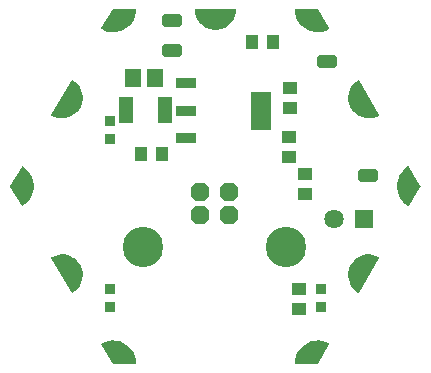
<source format=gbr>
G04 EAGLE Gerber RS-274X export*
G75*
%MOMM*%
%FSLAX34Y34*%
%LPD*%
%INSoldermask Top*%
%IPPOS*%
%AMOC8*
5,1,8,0,0,1.08239X$1,22.5*%
G01*
%ADD10R,1.201600X1.101600*%
%ADD11R,1.101600X1.201600*%
%ADD12C,0.605878*%
%ADD13C,1.101600*%
%ADD14R,1.401600X1.601600*%
%ADD15R,0.901600X0.901600*%
%ADD16R,1.201600X2.301600*%
%ADD17R,1.631600X1.631600*%
%ADD18C,1.631600*%
%ADD19R,1.701800X0.939800*%
%ADD20R,1.701800X3.200400*%
%ADD21P,1.688095X8X22.500000*%
%ADD22C,3.417600*%

G36*
X347640Y478768D02*
X347640Y478768D01*
X347688Y478768D01*
X350457Y479230D01*
X350490Y479242D01*
X350537Y479250D01*
X353193Y480162D01*
X353223Y480179D01*
X353268Y480195D01*
X355738Y481531D01*
X355764Y481553D01*
X355807Y481576D01*
X358022Y483301D01*
X358045Y483327D01*
X358083Y483357D01*
X359985Y485422D01*
X360003Y485452D01*
X360035Y485487D01*
X361571Y487838D01*
X361584Y487870D01*
X361610Y487910D01*
X362738Y490482D01*
X362745Y490515D01*
X362765Y490560D01*
X363454Y493281D01*
X363456Y493316D01*
X363468Y493363D01*
X363700Y496161D01*
X363696Y496190D01*
X363701Y496219D01*
X363685Y496288D01*
X363676Y496358D01*
X363662Y496384D01*
X363655Y496412D01*
X363613Y496469D01*
X363578Y496531D01*
X363554Y496549D01*
X363537Y496572D01*
X363476Y496608D01*
X363419Y496651D01*
X363391Y496659D01*
X363366Y496674D01*
X363268Y496690D01*
X363227Y496701D01*
X363216Y496699D01*
X363202Y496701D01*
X329202Y496701D01*
X329173Y496695D01*
X329144Y496698D01*
X329077Y496676D01*
X329007Y496662D01*
X328983Y496645D01*
X328955Y496636D01*
X328902Y496589D01*
X328843Y496549D01*
X328828Y496525D01*
X328806Y496505D01*
X328774Y496441D01*
X328736Y496382D01*
X328731Y496353D01*
X328719Y496327D01*
X328710Y496227D01*
X328703Y496185D01*
X328706Y496175D01*
X328704Y496161D01*
X328936Y493363D01*
X328946Y493329D01*
X328950Y493281D01*
X329639Y490560D01*
X329654Y490528D01*
X329666Y490482D01*
X330794Y487910D01*
X330814Y487882D01*
X330833Y487838D01*
X332369Y485487D01*
X332393Y485463D01*
X332419Y485422D01*
X334321Y483357D01*
X334349Y483336D01*
X334382Y483301D01*
X336597Y481576D01*
X336628Y481561D01*
X336666Y481531D01*
X339136Y480195D01*
X339169Y480185D01*
X339211Y480162D01*
X341867Y479250D01*
X341901Y479246D01*
X341947Y479230D01*
X344716Y478768D01*
X344751Y478769D01*
X344798Y478761D01*
X347606Y478761D01*
X347640Y478768D01*
G37*
G36*
X224809Y256012D02*
X224809Y256012D01*
X224880Y256009D01*
X224907Y256019D01*
X224936Y256021D01*
X225026Y256063D01*
X225066Y256078D01*
X225074Y256086D01*
X225087Y256092D01*
X227390Y257691D01*
X227414Y257717D01*
X227454Y257744D01*
X229463Y259701D01*
X229482Y259730D01*
X229517Y259763D01*
X231176Y262024D01*
X231191Y262055D01*
X231220Y262094D01*
X232484Y264597D01*
X232493Y264631D01*
X232515Y264674D01*
X233351Y267351D01*
X233354Y267385D01*
X233369Y267431D01*
X233752Y270210D01*
X233750Y270244D01*
X233756Y270292D01*
X233677Y273095D01*
X233669Y273129D01*
X233668Y273177D01*
X233129Y275929D01*
X233115Y275961D01*
X233106Y276009D01*
X232121Y278634D01*
X232106Y278659D01*
X232101Y278679D01*
X232093Y278690D01*
X232086Y278709D01*
X230682Y281137D01*
X230659Y281163D01*
X230635Y281205D01*
X228851Y283368D01*
X228824Y283390D01*
X228793Y283427D01*
X226677Y285268D01*
X226647Y285285D01*
X226611Y285317D01*
X224220Y286784D01*
X224188Y286795D01*
X224147Y286821D01*
X221548Y287874D01*
X221514Y287881D01*
X221469Y287899D01*
X218732Y288510D01*
X218697Y288511D01*
X218650Y288522D01*
X215850Y288674D01*
X215816Y288669D01*
X215768Y288672D01*
X212980Y288362D01*
X212947Y288351D01*
X212899Y288346D01*
X210201Y287581D01*
X210171Y287565D01*
X210124Y287552D01*
X207589Y286353D01*
X207565Y286336D01*
X207538Y286326D01*
X207486Y286277D01*
X207429Y286234D01*
X207415Y286209D01*
X207394Y286189D01*
X207365Y286124D01*
X207329Y286063D01*
X207326Y286034D01*
X207314Y286007D01*
X207313Y285936D01*
X207304Y285865D01*
X207312Y285837D01*
X207312Y285808D01*
X207346Y285715D01*
X207358Y285674D01*
X207365Y285665D01*
X207370Y285652D01*
X224370Y256252D01*
X224389Y256230D01*
X224402Y256204D01*
X224455Y256156D01*
X224502Y256103D01*
X224528Y256091D01*
X224550Y256071D01*
X224617Y256048D01*
X224681Y256018D01*
X224710Y256016D01*
X224738Y256007D01*
X224809Y256012D01*
G37*
G36*
X476588Y403735D02*
X476588Y403735D01*
X476636Y403732D01*
X479424Y404042D01*
X479457Y404053D01*
X479505Y404058D01*
X482203Y404823D01*
X482233Y404839D01*
X482280Y404852D01*
X484815Y406051D01*
X484839Y406068D01*
X484866Y406078D01*
X484918Y406127D01*
X484975Y406170D01*
X484989Y406195D01*
X485011Y406215D01*
X485039Y406280D01*
X485075Y406342D01*
X485078Y406370D01*
X485090Y406397D01*
X485091Y406468D01*
X485100Y406539D01*
X485092Y406567D01*
X485092Y406596D01*
X485058Y406689D01*
X485046Y406730D01*
X485039Y406739D01*
X485034Y406752D01*
X468034Y436152D01*
X468015Y436174D01*
X468002Y436200D01*
X467949Y436248D01*
X467902Y436301D01*
X467876Y436313D01*
X467854Y436333D01*
X467787Y436356D01*
X467723Y436386D01*
X467694Y436388D01*
X467666Y436397D01*
X467595Y436392D01*
X467524Y436395D01*
X467497Y436385D01*
X467468Y436383D01*
X467378Y436341D01*
X467338Y436326D01*
X467330Y436318D01*
X467317Y436312D01*
X465014Y434713D01*
X464990Y434688D01*
X464950Y434660D01*
X462941Y432703D01*
X462922Y432674D01*
X462887Y432641D01*
X461228Y430380D01*
X461213Y430349D01*
X461184Y430310D01*
X459920Y427807D01*
X459911Y427773D01*
X459889Y427730D01*
X459053Y425053D01*
X459050Y425019D01*
X459035Y424973D01*
X458652Y422194D01*
X458654Y422160D01*
X458648Y422112D01*
X458727Y419309D01*
X458735Y419275D01*
X458736Y419227D01*
X459275Y416475D01*
X459289Y416443D01*
X459298Y416395D01*
X460283Y413770D01*
X460301Y413740D01*
X460318Y413695D01*
X461722Y411267D01*
X461745Y411241D01*
X461769Y411200D01*
X463553Y409036D01*
X463580Y409014D01*
X463611Y408977D01*
X465727Y407136D01*
X465757Y407119D01*
X465793Y407088D01*
X468184Y405620D01*
X468216Y405609D01*
X468257Y405583D01*
X470856Y404530D01*
X470890Y404523D01*
X470935Y404505D01*
X473672Y403894D01*
X473707Y403893D01*
X473754Y403882D01*
X476554Y403730D01*
X476588Y403735D01*
G37*
G36*
X467628Y256013D02*
X467628Y256013D01*
X467699Y256012D01*
X467726Y256023D01*
X467755Y256027D01*
X467817Y256061D01*
X467882Y256089D01*
X467903Y256110D01*
X467928Y256124D01*
X467991Y256200D01*
X468021Y256231D01*
X468025Y256241D01*
X468034Y256252D01*
X485034Y285652D01*
X485043Y285680D01*
X485060Y285704D01*
X485075Y285773D01*
X485097Y285841D01*
X485095Y285870D01*
X485101Y285898D01*
X485088Y285968D01*
X485082Y286039D01*
X485069Y286065D01*
X485063Y286093D01*
X485023Y286152D01*
X484991Y286215D01*
X484968Y286234D01*
X484952Y286258D01*
X484870Y286315D01*
X484837Y286342D01*
X484827Y286345D01*
X484815Y286353D01*
X482280Y287552D01*
X482246Y287560D01*
X482203Y287581D01*
X479505Y288346D01*
X479470Y288348D01*
X479424Y288362D01*
X476636Y288672D01*
X476602Y288669D01*
X476554Y288674D01*
X473754Y288522D01*
X473720Y288513D01*
X473672Y288510D01*
X470935Y287899D01*
X470903Y287885D01*
X470856Y287874D01*
X468257Y286821D01*
X468228Y286802D01*
X468184Y286784D01*
X465793Y285317D01*
X465768Y285293D01*
X465727Y285268D01*
X463611Y283427D01*
X463590Y283400D01*
X463553Y283368D01*
X461769Y281205D01*
X461753Y281174D01*
X461722Y281137D01*
X460318Y278709D01*
X460307Y278676D01*
X460300Y278663D01*
X460290Y278649D01*
X460290Y278646D01*
X460283Y278634D01*
X459298Y276009D01*
X459292Y275974D01*
X459275Y275929D01*
X458736Y273177D01*
X458736Y273143D01*
X458727Y273095D01*
X458648Y270292D01*
X458654Y270258D01*
X458652Y270210D01*
X459035Y267431D01*
X459047Y267399D01*
X459053Y267351D01*
X459889Y264674D01*
X459906Y264643D01*
X459920Y264597D01*
X461184Y262094D01*
X461206Y262067D01*
X461228Y262024D01*
X462887Y259763D01*
X462913Y259740D01*
X462941Y259701D01*
X464950Y257744D01*
X464979Y257725D01*
X465014Y257691D01*
X467317Y256092D01*
X467344Y256080D01*
X467367Y256062D01*
X467435Y256041D01*
X467500Y256013D01*
X467529Y256013D01*
X467557Y256005D01*
X467628Y256013D01*
G37*
G36*
X218650Y403882D02*
X218650Y403882D01*
X218684Y403891D01*
X218732Y403894D01*
X221469Y404505D01*
X221501Y404519D01*
X221548Y404530D01*
X224147Y405583D01*
X224176Y405602D01*
X224220Y405620D01*
X226611Y407088D01*
X226636Y407111D01*
X226677Y407136D01*
X228793Y408977D01*
X228814Y409004D01*
X228851Y409036D01*
X230635Y411200D01*
X230651Y411230D01*
X230682Y411267D01*
X232086Y413695D01*
X232097Y413728D01*
X232121Y413770D01*
X233106Y416395D01*
X233112Y416430D01*
X233129Y416475D01*
X233668Y419227D01*
X233668Y419262D01*
X233677Y419309D01*
X233756Y422112D01*
X233751Y422146D01*
X233752Y422194D01*
X233369Y424973D01*
X233357Y425005D01*
X233351Y425053D01*
X232515Y427730D01*
X232498Y427761D01*
X232484Y427807D01*
X231220Y430310D01*
X231198Y430337D01*
X231176Y430380D01*
X229517Y432641D01*
X229491Y432664D01*
X229463Y432703D01*
X227454Y434660D01*
X227425Y434679D01*
X227390Y434713D01*
X225087Y436312D01*
X225060Y436324D01*
X225037Y436342D01*
X224969Y436363D01*
X224904Y436391D01*
X224875Y436391D01*
X224847Y436399D01*
X224776Y436391D01*
X224705Y436392D01*
X224678Y436381D01*
X224649Y436377D01*
X224587Y436343D01*
X224522Y436315D01*
X224501Y436294D01*
X224476Y436280D01*
X224413Y436204D01*
X224383Y436173D01*
X224379Y436163D01*
X224370Y436152D01*
X207370Y406752D01*
X207361Y406724D01*
X207344Y406700D01*
X207329Y406631D01*
X207307Y406563D01*
X207309Y406534D01*
X207303Y406506D01*
X207316Y406436D01*
X207322Y406365D01*
X207335Y406339D01*
X207341Y406311D01*
X207381Y406252D01*
X207413Y406189D01*
X207436Y406170D01*
X207452Y406146D01*
X207534Y406089D01*
X207567Y406062D01*
X207577Y406059D01*
X207589Y406051D01*
X210124Y404852D01*
X210158Y404844D01*
X210201Y404823D01*
X212899Y404058D01*
X212934Y404056D01*
X212980Y404042D01*
X215768Y403732D01*
X215802Y403735D01*
X215850Y403730D01*
X218650Y403882D01*
G37*
G36*
X509929Y329213D02*
X509929Y329213D01*
X510000Y329213D01*
X510027Y329224D01*
X510056Y329227D01*
X510118Y329262D01*
X510183Y329290D01*
X510204Y329310D01*
X510229Y329325D01*
X510292Y329402D01*
X510322Y329432D01*
X510326Y329442D01*
X510335Y329453D01*
X519835Y345953D01*
X519845Y345985D01*
X519854Y345998D01*
X519858Y346022D01*
X519859Y346026D01*
X519890Y346096D01*
X519890Y346120D01*
X519898Y346142D01*
X519892Y346218D01*
X519893Y346295D01*
X519883Y346319D01*
X519882Y346340D01*
X519861Y346379D01*
X519835Y346451D01*
X510335Y362951D01*
X510316Y362973D01*
X510303Y362999D01*
X510250Y363047D01*
X510203Y363100D01*
X510177Y363113D01*
X510156Y363132D01*
X510088Y363155D01*
X510024Y363186D01*
X509995Y363188D01*
X509968Y363197D01*
X509896Y363192D01*
X509825Y363195D01*
X509798Y363185D01*
X509769Y363183D01*
X509679Y363141D01*
X509639Y363126D01*
X509631Y363119D01*
X509618Y363113D01*
X507095Y361371D01*
X507071Y361347D01*
X507033Y361320D01*
X504821Y359196D01*
X504802Y359168D01*
X504768Y359136D01*
X502926Y356685D01*
X502912Y356654D01*
X502883Y356617D01*
X501458Y353902D01*
X501449Y353871D01*
X501433Y353846D01*
X501432Y353838D01*
X501427Y353828D01*
X500456Y350920D01*
X500452Y350886D01*
X500437Y350842D01*
X499945Y347815D01*
X499946Y347781D01*
X499938Y347735D01*
X499938Y344669D01*
X499939Y344665D01*
X499939Y344663D01*
X499945Y344636D01*
X499945Y344589D01*
X500437Y341562D01*
X500449Y341531D01*
X500456Y341484D01*
X501427Y338576D01*
X501444Y338547D01*
X501458Y338502D01*
X502883Y335787D01*
X502905Y335761D01*
X502926Y335719D01*
X504768Y333268D01*
X504793Y333245D01*
X504821Y333208D01*
X507033Y331084D01*
X507061Y331066D01*
X507095Y331033D01*
X509618Y329291D01*
X509645Y329280D01*
X509667Y329261D01*
X509736Y329241D01*
X509801Y329213D01*
X509830Y329213D01*
X509858Y329205D01*
X509929Y329213D01*
G37*
G36*
X182508Y329212D02*
X182508Y329212D01*
X182579Y329209D01*
X182606Y329219D01*
X182635Y329221D01*
X182725Y329263D01*
X182765Y329278D01*
X182773Y329285D01*
X182786Y329291D01*
X185309Y331033D01*
X185333Y331057D01*
X185371Y331084D01*
X187583Y333208D01*
X187602Y333236D01*
X187636Y333268D01*
X189478Y335719D01*
X189492Y335750D01*
X189521Y335787D01*
X190946Y338502D01*
X190955Y338535D01*
X190977Y338576D01*
X191948Y341484D01*
X191952Y341518D01*
X191967Y341562D01*
X192459Y344589D01*
X192458Y344623D01*
X192466Y344669D01*
X192466Y347735D01*
X192459Y347768D01*
X192459Y347815D01*
X191967Y350842D01*
X191955Y350873D01*
X191948Y350920D01*
X190977Y353828D01*
X190964Y353851D01*
X190958Y353876D01*
X190951Y353885D01*
X190946Y353902D01*
X189521Y356617D01*
X189499Y356643D01*
X189478Y356685D01*
X187636Y359136D01*
X187611Y359159D01*
X187583Y359196D01*
X185371Y361320D01*
X185343Y361338D01*
X185309Y361371D01*
X182786Y363113D01*
X182759Y363124D01*
X182737Y363143D01*
X182668Y363163D01*
X182603Y363191D01*
X182574Y363191D01*
X182546Y363199D01*
X182475Y363191D01*
X182404Y363192D01*
X182377Y363180D01*
X182348Y363177D01*
X182286Y363142D01*
X182221Y363114D01*
X182200Y363094D01*
X182175Y363079D01*
X182112Y363002D01*
X182082Y362972D01*
X182078Y362962D01*
X182069Y362951D01*
X172569Y346451D01*
X172545Y346378D01*
X172514Y346308D01*
X172514Y346284D01*
X172506Y346262D01*
X172513Y346186D01*
X172512Y346109D01*
X172521Y346085D01*
X172522Y346064D01*
X172543Y346025D01*
X172562Y345973D01*
X172563Y345967D01*
X172565Y345965D01*
X172569Y345953D01*
X182069Y329453D01*
X182088Y329431D01*
X182101Y329405D01*
X182154Y329357D01*
X182201Y329304D01*
X182227Y329291D01*
X182249Y329272D01*
X182316Y329249D01*
X182380Y329218D01*
X182409Y329217D01*
X182436Y329207D01*
X182508Y329212D01*
G37*
G36*
X432878Y195718D02*
X432878Y195718D01*
X432956Y195727D01*
X432975Y195738D01*
X432997Y195742D01*
X433061Y195786D01*
X433129Y195825D01*
X433145Y195844D01*
X433161Y195855D01*
X433185Y195893D01*
X433235Y195953D01*
X442735Y212453D01*
X442744Y212480D01*
X442760Y212504D01*
X442775Y212574D01*
X442798Y212642D01*
X442795Y212670D01*
X442801Y212698D01*
X442788Y212769D01*
X442782Y212840D01*
X442769Y212865D01*
X442763Y212893D01*
X442723Y212953D01*
X442690Y213016D01*
X442668Y213034D01*
X442652Y213058D01*
X442569Y213116D01*
X442537Y213143D01*
X442526Y213146D01*
X442516Y213153D01*
X439750Y214462D01*
X439717Y214470D01*
X439674Y214490D01*
X436734Y215338D01*
X436700Y215341D01*
X436656Y215354D01*
X433618Y215719D01*
X433584Y215716D01*
X433537Y215722D01*
X430480Y215595D01*
X430447Y215587D01*
X430400Y215586D01*
X427403Y214970D01*
X427372Y214957D01*
X427326Y214948D01*
X424466Y213859D01*
X424438Y213841D01*
X424394Y213825D01*
X421746Y212291D01*
X421720Y212269D01*
X421680Y212246D01*
X419312Y210308D01*
X419290Y210281D01*
X419254Y210252D01*
X417227Y207959D01*
X417211Y207930D01*
X417179Y207895D01*
X415547Y205307D01*
X415535Y205275D01*
X415510Y205236D01*
X414314Y202419D01*
X414307Y202386D01*
X414304Y202379D01*
X414300Y202373D01*
X414299Y202367D01*
X414288Y202343D01*
X413560Y199371D01*
X413558Y199337D01*
X413547Y199292D01*
X413304Y196242D01*
X413308Y196213D01*
X413303Y196185D01*
X413320Y196116D01*
X413328Y196044D01*
X413343Y196020D01*
X413349Y195992D01*
X413392Y195934D01*
X413428Y195872D01*
X413450Y195855D01*
X413467Y195832D01*
X413529Y195795D01*
X413586Y195752D01*
X413614Y195745D01*
X413638Y195730D01*
X413738Y195714D01*
X413779Y195703D01*
X413789Y195705D01*
X413802Y195703D01*
X432802Y195703D01*
X432878Y195718D01*
G37*
G36*
X433571Y476687D02*
X433571Y476687D01*
X433618Y476685D01*
X436656Y477050D01*
X436688Y477061D01*
X436734Y477066D01*
X439674Y477914D01*
X439704Y477930D01*
X439750Y477942D01*
X442516Y479251D01*
X442538Y479268D01*
X442565Y479278D01*
X442617Y479327D01*
X442675Y479370D01*
X442689Y479395D01*
X442710Y479414D01*
X442739Y479480D01*
X442775Y479542D01*
X442778Y479570D01*
X442790Y479596D01*
X442791Y479668D01*
X442800Y479739D01*
X442792Y479766D01*
X442793Y479795D01*
X442757Y479890D01*
X442746Y479930D01*
X442739Y479939D01*
X442735Y479951D01*
X433235Y496451D01*
X433183Y496510D01*
X433137Y496572D01*
X433118Y496583D01*
X433103Y496600D01*
X433033Y496634D01*
X432966Y496674D01*
X432942Y496678D01*
X432924Y496686D01*
X432879Y496688D01*
X432802Y496701D01*
X413802Y496701D01*
X413774Y496696D01*
X413746Y496698D01*
X413678Y496676D01*
X413607Y496662D01*
X413584Y496646D01*
X413557Y496637D01*
X413502Y496590D01*
X413443Y496549D01*
X413428Y496525D01*
X413407Y496507D01*
X413375Y496442D01*
X413336Y496382D01*
X413331Y496354D01*
X413319Y496328D01*
X413310Y496227D01*
X413303Y496185D01*
X413305Y496175D01*
X413304Y496162D01*
X413547Y493112D01*
X413556Y493080D01*
X413560Y493033D01*
X414288Y490061D01*
X414303Y490030D01*
X414314Y489985D01*
X415510Y487168D01*
X415529Y487140D01*
X415547Y487097D01*
X417179Y484509D01*
X417203Y484485D01*
X417227Y484445D01*
X419254Y482152D01*
X419281Y482132D01*
X419312Y482096D01*
X421680Y480158D01*
X421710Y480142D01*
X421746Y480113D01*
X424394Y478580D01*
X424426Y478569D01*
X424466Y478545D01*
X427326Y477457D01*
X427359Y477451D01*
X427403Y477434D01*
X430400Y476818D01*
X430434Y476818D01*
X430480Y476809D01*
X433537Y476682D01*
X433571Y476687D01*
G37*
G36*
X278630Y195708D02*
X278630Y195708D01*
X278658Y195706D01*
X278726Y195728D01*
X278797Y195742D01*
X278820Y195758D01*
X278847Y195767D01*
X278902Y195814D01*
X278961Y195855D01*
X278976Y195879D01*
X278998Y195897D01*
X279029Y195962D01*
X279068Y196022D01*
X279073Y196050D01*
X279085Y196076D01*
X279094Y196177D01*
X279101Y196219D01*
X279099Y196229D01*
X279100Y196242D01*
X278857Y199292D01*
X278848Y199324D01*
X278844Y199371D01*
X278116Y202343D01*
X278101Y202374D01*
X278090Y202419D01*
X276894Y205236D01*
X276875Y205264D01*
X276857Y205307D01*
X275225Y207895D01*
X275201Y207919D01*
X275177Y207959D01*
X273150Y210252D01*
X273123Y210272D01*
X273092Y210308D01*
X270725Y212246D01*
X270694Y212262D01*
X270658Y212291D01*
X268010Y213825D01*
X267978Y213835D01*
X267938Y213859D01*
X265078Y214948D01*
X265045Y214953D01*
X265001Y214970D01*
X262004Y215586D01*
X261970Y215586D01*
X261924Y215595D01*
X258867Y215722D01*
X258833Y215717D01*
X258786Y215719D01*
X255748Y215354D01*
X255716Y215343D01*
X255670Y215338D01*
X252730Y214490D01*
X252700Y214474D01*
X252655Y214462D01*
X249889Y213153D01*
X249866Y213136D01*
X249839Y213126D01*
X249787Y213077D01*
X249729Y213034D01*
X249715Y213009D01*
X249694Y212990D01*
X249665Y212924D01*
X249629Y212862D01*
X249626Y212834D01*
X249614Y212808D01*
X249613Y212736D01*
X249604Y212665D01*
X249612Y212638D01*
X249612Y212609D01*
X249647Y212514D01*
X249658Y212474D01*
X249665Y212465D01*
X249669Y212453D01*
X259169Y195953D01*
X259221Y195895D01*
X259267Y195832D01*
X259286Y195821D01*
X259301Y195804D01*
X259371Y195770D01*
X259438Y195730D01*
X259463Y195726D01*
X259480Y195718D01*
X259525Y195716D01*
X259602Y195703D01*
X278602Y195703D01*
X278630Y195708D01*
G37*
G36*
X261924Y476809D02*
X261924Y476809D01*
X261957Y476817D01*
X262004Y476818D01*
X265001Y477434D01*
X265032Y477447D01*
X265078Y477457D01*
X267938Y478545D01*
X267967Y478563D01*
X268010Y478580D01*
X270658Y480113D01*
X270684Y480135D01*
X270725Y480158D01*
X273092Y482096D01*
X273114Y482123D01*
X273150Y482152D01*
X275177Y484445D01*
X275194Y484474D01*
X275225Y484509D01*
X276857Y487097D01*
X276869Y487129D01*
X276894Y487168D01*
X278090Y489985D01*
X278097Y490018D01*
X278116Y490061D01*
X278844Y493033D01*
X278846Y493067D01*
X278857Y493112D01*
X279100Y496162D01*
X279096Y496191D01*
X279101Y496219D01*
X279084Y496288D01*
X279076Y496360D01*
X279062Y496384D01*
X279055Y496412D01*
X279012Y496470D01*
X278977Y496532D01*
X278954Y496549D01*
X278937Y496572D01*
X278875Y496609D01*
X278818Y496652D01*
X278790Y496659D01*
X278766Y496674D01*
X278666Y496690D01*
X278625Y496701D01*
X278615Y496699D01*
X278602Y496701D01*
X259602Y496701D01*
X259526Y496686D01*
X259448Y496677D01*
X259429Y496666D01*
X259407Y496662D01*
X259343Y496618D01*
X259275Y496579D01*
X259259Y496560D01*
X259243Y496549D01*
X259219Y496511D01*
X259169Y496451D01*
X249669Y479951D01*
X249660Y479924D01*
X249644Y479900D01*
X249629Y479830D01*
X249606Y479762D01*
X249609Y479734D01*
X249603Y479706D01*
X249617Y479636D01*
X249622Y479564D01*
X249635Y479539D01*
X249641Y479511D01*
X249681Y479451D01*
X249714Y479388D01*
X249736Y479370D01*
X249752Y479346D01*
X249835Y479288D01*
X249867Y479261D01*
X249878Y479258D01*
X249889Y479251D01*
X252655Y477942D01*
X252688Y477934D01*
X252730Y477914D01*
X255670Y477066D01*
X255704Y477063D01*
X255748Y477050D01*
X258786Y476685D01*
X258820Y476688D01*
X258867Y476682D01*
X261924Y476809D01*
G37*
D10*
X421655Y356611D03*
X421655Y339611D03*
D11*
X394580Y468630D03*
X377580Y468630D03*
D10*
X408777Y370737D03*
X408777Y387737D03*
D12*
X314216Y459293D02*
X303258Y459293D01*
X303258Y464251D01*
X314216Y464251D01*
X314216Y459293D01*
X314280Y489651D02*
X303322Y489651D01*
X314280Y489651D02*
X314280Y484693D01*
X303322Y484693D01*
X303322Y489651D01*
X469120Y358555D02*
X480078Y358555D01*
X480078Y353597D01*
X469120Y353597D01*
X469120Y358555D01*
X445758Y455031D02*
X434800Y455031D01*
X445758Y455031D02*
X445758Y450073D01*
X434800Y450073D01*
X434800Y455031D01*
D13*
X428802Y489302D03*
X511402Y346202D03*
X428802Y203102D03*
X263602Y203102D03*
X181002Y346202D03*
X263602Y489302D03*
X470102Y417702D03*
X470102Y274702D03*
X222302Y274702D03*
X222302Y417702D03*
X346202Y489302D03*
D10*
X416560Y242080D03*
X416560Y259080D03*
D14*
X295250Y438150D03*
X276250Y438150D03*
D15*
X435610Y243960D03*
X435610Y258960D03*
X256540Y258960D03*
X256540Y243960D03*
D10*
X408940Y412823D03*
X408940Y429823D03*
D16*
X270520Y410845D03*
X303520Y410845D03*
D17*
X471805Y318770D03*
D18*
X446405Y318770D03*
D19*
X321056Y433324D03*
X321056Y410210D03*
X321056Y387096D03*
D20*
X385064Y410210D03*
D21*
X357940Y341740D03*
X332940Y341740D03*
X332940Y321740D03*
X357940Y321740D03*
D22*
X285240Y294640D03*
X405640Y294640D03*
D11*
X283600Y373380D03*
X300600Y373380D03*
D15*
X256540Y401200D03*
X256540Y386200D03*
M02*

</source>
